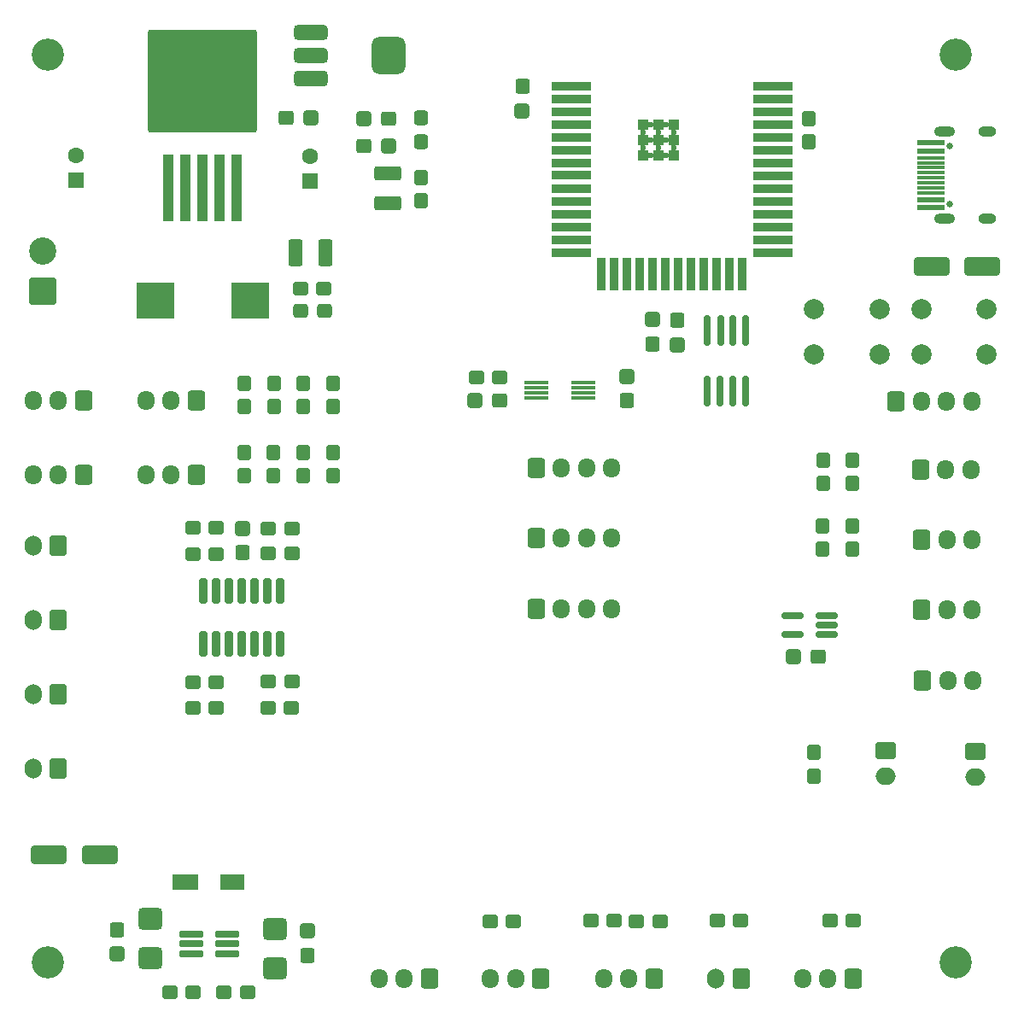
<source format=gbr>
%TF.GenerationSoftware,KiCad,Pcbnew,8.0.2*%
%TF.CreationDate,2025-03-10T15:18:04+08:00*%
%TF.ProjectId,sensorboard_v10,73656e73-6f72-4626-9f61-72645f763130,rev?*%
%TF.SameCoordinates,Original*%
%TF.FileFunction,Soldermask,Top*%
%TF.FilePolarity,Negative*%
%FSLAX46Y46*%
G04 Gerber Fmt 4.6, Leading zero omitted, Abs format (unit mm)*
G04 Created by KiCad (PCBNEW 8.0.2) date 2025-03-10 15:18:04*
%MOMM*%
%LPD*%
G01*
G04 APERTURE LIST*
G04 Aperture macros list*
%AMRoundRect*
0 Rectangle with rounded corners*
0 $1 Rounding radius*
0 $2 $3 $4 $5 $6 $7 $8 $9 X,Y pos of 4 corners*
0 Add a 4 corners polygon primitive as box body*
4,1,4,$2,$3,$4,$5,$6,$7,$8,$9,$2,$3,0*
0 Add four circle primitives for the rounded corners*
1,1,$1+$1,$2,$3*
1,1,$1+$1,$4,$5*
1,1,$1+$1,$6,$7*
1,1,$1+$1,$8,$9*
0 Add four rect primitives between the rounded corners*
20,1,$1+$1,$2,$3,$4,$5,0*
20,1,$1+$1,$4,$5,$6,$7,0*
20,1,$1+$1,$6,$7,$8,$9,0*
20,1,$1+$1,$8,$9,$2,$3,0*%
G04 Aperture macros list end*
%ADD10RoundRect,0.354167X0.820833X-0.708333X0.820833X0.708333X-0.820833X0.708333X-0.820833X-0.708333X0*%
%ADD11RoundRect,0.354167X-0.820833X0.708333X-0.820833X-0.708333X0.820833X-0.708333X0.820833X0.708333X0*%
%ADD12RoundRect,0.250000X0.600000X0.725000X-0.600000X0.725000X-0.600000X-0.725000X0.600000X-0.725000X0*%
%ADD13O,1.700000X1.950000*%
%ADD14RoundRect,0.278125X0.474375X0.389375X-0.474375X0.389375X-0.474375X-0.389375X0.474375X-0.389375X0*%
%ADD15RoundRect,0.278125X0.389375X-0.474375X0.389375X0.474375X-0.389375X0.474375X-0.389375X-0.474375X0*%
%ADD16R,2.350000X0.300000*%
%ADD17RoundRect,0.305575X-0.412525X0.460025X-0.412525X-0.460025X0.412525X-0.460025X0.412525X0.460025X0*%
%ADD18RoundRect,0.308511X-0.416489X0.457089X-0.416489X-0.457089X0.416489X-0.457089X0.416489X0.457089X0*%
%ADD19RoundRect,0.120600X-0.281400X1.111400X-0.281400X-1.111400X0.281400X-1.111400X0.281400X1.111400X0*%
%ADD20RoundRect,0.122100X-0.284900X1.109900X-0.284900X-1.109900X0.284900X-1.109900X0.284900X1.109900X0*%
%ADD21RoundRect,0.305575X0.460025X0.412525X-0.460025X0.412525X-0.460025X-0.412525X0.460025X-0.412525X0*%
%ADD22RoundRect,0.308511X0.457089X0.416489X-0.457089X0.416489X-0.457089X-0.416489X0.457089X-0.416489X0*%
%ADD23RoundRect,0.250000X0.600000X0.750000X-0.600000X0.750000X-0.600000X-0.750000X0.600000X-0.750000X0*%
%ADD24O,1.700000X2.000000*%
%ADD25R,1.600000X1.600000*%
%ADD26C,1.600000*%
%ADD27R,4.000000X0.900000*%
%ADD28R,4.000000X0.820000*%
%ADD29R,0.900000X3.250000*%
%ADD30R,4.000000X0.890000*%
%ADD31R,1.000000X1.000000*%
%ADD32C,0.600000*%
%ADD33RoundRect,0.250000X-0.600000X-0.725000X0.600000X-0.725000X0.600000X0.725000X-0.600000X0.725000X0*%
%ADD34RoundRect,0.150000X-0.150000X1.350000X-0.150000X-1.350000X0.150000X-1.350000X0.150000X1.350000X0*%
%ADD35RoundRect,0.150000X-0.150000X1.337500X-0.150000X-1.337500X0.150000X-1.337500X0.150000X1.337500X0*%
%ADD36RoundRect,0.304348X0.420652X0.395652X-0.420652X0.395652X-0.420652X-0.395652X0.420652X-0.395652X0*%
%ADD37C,2.000000*%
%ADD38RoundRect,0.278125X-0.389375X0.474375X-0.389375X-0.474375X0.389375X-0.474375X0.389375X0.474375X0*%
%ADD39RoundRect,0.278125X-0.474375X-0.389375X0.474375X-0.389375X0.474375X0.389375X-0.474375X0.389375X0*%
%ADD40C,3.200000*%
%ADD41RoundRect,0.305575X-0.460025X-0.412525X0.460025X-0.412525X0.460025X0.412525X-0.460025X0.412525X0*%
%ADD42RoundRect,0.308511X-0.457089X-0.416489X0.457089X-0.416489X0.457089X0.416489X-0.457089X0.416489X0*%
%ADD43RoundRect,0.305575X0.412525X-0.460025X0.412525X0.460025X-0.412525X0.460025X-0.412525X-0.460025X0*%
%ADD44RoundRect,0.308511X0.416489X-0.457089X0.416489X0.457089X-0.416489X0.457089X-0.416489X-0.457089X0*%
%ADD45RoundRect,0.250001X1.074999X-0.462499X1.074999X0.462499X-1.074999X0.462499X-1.074999X-0.462499X0*%
%ADD46R,2.400000X1.600000*%
%ADD47R,2.650000X1.600000*%
%ADD48RoundRect,0.250000X-0.750000X0.600000X-0.750000X-0.600000X0.750000X-0.600000X0.750000X0.600000X0*%
%ADD49O,2.000000X1.700000*%
%ADD50R,3.800000X3.600000*%
%ADD51RoundRect,0.250001X1.099999X-1.099999X1.099999X1.099999X-1.099999X1.099999X-1.099999X-1.099999X0*%
%ADD52C,2.700000*%
%ADD53RoundRect,0.162500X-1.052500X-0.162500X1.052500X-0.162500X1.052500X0.162500X-1.052500X0.162500X0*%
%ADD54RoundRect,0.250000X1.500000X0.650000X-1.500000X0.650000X-1.500000X-0.650000X1.500000X-0.650000X0*%
%ADD55RoundRect,0.250001X-0.462499X-1.074999X0.462499X-1.074999X0.462499X1.074999X-0.462499X1.074999X0*%
%ADD56C,0.650000*%
%ADD57R,2.695000X0.600000*%
%ADD58R,2.695000X0.300000*%
%ADD59O,2.100000X1.000000*%
%ADD60O,1.800000X1.000000*%
%ADD61RoundRect,0.162500X0.927500X0.162500X-0.927500X0.162500X-0.927500X-0.162500X0.927500X-0.162500X0*%
%ADD62RoundRect,0.304348X-0.395652X0.420652X-0.395652X-0.420652X0.395652X-0.420652X0.395652X0.420652X0*%
%ADD63RoundRect,0.250000X0.300000X-3.075000X0.300000X3.075000X-0.300000X3.075000X-0.300000X-3.075000X0*%
%ADD64RoundRect,0.271279X5.128721X-4.828721X5.128721X4.828721X-5.128721X4.828721X-5.128721X-4.828721X0*%
%ADD65RoundRect,0.375000X-1.300000X-0.375000X1.300000X-0.375000X1.300000X0.375000X-1.300000X0.375000X0*%
%ADD66RoundRect,0.837500X-0.837500X-1.062500X0.837500X-1.062500X0.837500X1.062500X-0.837500X1.062500X0*%
%ADD67RoundRect,0.387500X-1.287500X-0.387500X1.287500X-0.387500X1.287500X0.387500X-1.287500X0.387500X0*%
G04 APERTURE END LIST*
D10*
%TO.C,C33*%
X115100000Y-144637500D03*
X115100000Y-140762500D03*
%TD*%
D11*
%TO.C,C32*%
X127500000Y-141762500D03*
X127500000Y-145637500D03*
%TD*%
D12*
%TO.C,J14*%
X108500000Y-96725000D03*
D13*
X106000000Y-96725000D03*
X103500000Y-96725000D03*
%TD*%
D14*
%TO.C,R37*%
X173652500Y-140932500D03*
X171347500Y-140932500D03*
%TD*%
D15*
%TO.C,R14*%
X124435000Y-96805000D03*
X124435000Y-94500000D03*
%TD*%
D16*
%TO.C,U7*%
X158040600Y-89050000D03*
X158040600Y-88550000D03*
X158040600Y-88050000D03*
X158040600Y-87550000D03*
X153390600Y-87550000D03*
X153390600Y-88050000D03*
X153390600Y-88550000D03*
X153390600Y-89050000D03*
%TD*%
D14*
%TO.C,R31*%
X129152500Y-102032500D03*
X126847500Y-102032500D03*
%TD*%
D17*
%TO.C,C35*%
X111806900Y-141784400D03*
D18*
X111800000Y-144215600D03*
%TD*%
D19*
%TO.C,U6*%
X127988517Y-108180000D03*
X126718517Y-108180000D03*
X125448517Y-108180000D03*
X124178517Y-108180000D03*
X122908517Y-108180000D03*
X121638517Y-108180000D03*
X120368517Y-108180000D03*
X120368517Y-113420000D03*
D20*
X121633517Y-113420000D03*
D19*
X122908517Y-113420000D03*
X124178517Y-113420000D03*
X125448517Y-113420000D03*
X126718517Y-113420000D03*
X127988517Y-113420000D03*
%TD*%
D12*
%TO.C,J13*%
X108500000Y-89325000D03*
D13*
X106000000Y-89325000D03*
X103500000Y-89325000D03*
%TD*%
D21*
%TO.C,C27*%
X149731200Y-89306900D03*
D22*
X147300000Y-89300000D03*
%TD*%
D12*
%TO.C,J26*%
X153850000Y-146625000D03*
D13*
X151350000Y-146625000D03*
X148850000Y-146625000D03*
%TD*%
D23*
%TO.C,J4*%
X106000000Y-103700000D03*
D24*
X103500000Y-103700000D03*
%TD*%
D14*
%TO.C,R36*%
X149752500Y-87032500D03*
X147447500Y-87032500D03*
%TD*%
D15*
%TO.C,R9*%
X133217500Y-89902500D03*
X133217500Y-87597500D03*
%TD*%
D25*
%TO.C,C7*%
X107750000Y-67500000D03*
D26*
X107750000Y-65000000D03*
%TD*%
D15*
%TO.C,R39*%
X141967500Y-69552500D03*
X141967500Y-67247500D03*
%TD*%
D27*
%TO.C,U1*%
X156860000Y-58150000D03*
X156860000Y-59420000D03*
X156860000Y-60690000D03*
X156860000Y-61960000D03*
X156860000Y-63230000D03*
X156860000Y-64500000D03*
X156860000Y-65770000D03*
D28*
X156860000Y-67000000D03*
D27*
X156860000Y-68310000D03*
X156860000Y-69580000D03*
X156860000Y-70850000D03*
X156860000Y-72120000D03*
X156860000Y-73390000D03*
X156860000Y-74660000D03*
D29*
X159875000Y-76785000D03*
X161145000Y-76785000D03*
X162415000Y-76785000D03*
X163685000Y-76785000D03*
X164955000Y-76785000D03*
X166225000Y-76785000D03*
X167495000Y-76785000D03*
X168765000Y-76785000D03*
X170035000Y-76785000D03*
X171305000Y-76785000D03*
X172575000Y-76785000D03*
X173845000Y-76785000D03*
D27*
X176860000Y-74660000D03*
X176860000Y-73390000D03*
X176860000Y-72120000D03*
D30*
X176860000Y-70855000D03*
D27*
X176860000Y-69580000D03*
X176860000Y-68310000D03*
X176860000Y-67040000D03*
X176860000Y-65770000D03*
X176860000Y-64500000D03*
X176860000Y-63230000D03*
X176860000Y-61960000D03*
X176860000Y-60690000D03*
X176860000Y-59420000D03*
X176860000Y-58150000D03*
D31*
X164000000Y-62000000D03*
D32*
X164000000Y-62750000D03*
D31*
X164000000Y-63500000D03*
D32*
X164000000Y-64250000D03*
D31*
X164000000Y-65000000D03*
D32*
X164750000Y-62000000D03*
X164750000Y-63500000D03*
X164750000Y-65000000D03*
D31*
X165500000Y-62000000D03*
D32*
X165500000Y-62750000D03*
D31*
X165500000Y-63500000D03*
D32*
X165500000Y-64250000D03*
D31*
X165500000Y-65000000D03*
D32*
X166250000Y-62000000D03*
X166250000Y-63500000D03*
X166250000Y-65000000D03*
D31*
X167000000Y-62000000D03*
D32*
X167000000Y-62750000D03*
D31*
X167000000Y-63500000D03*
D32*
X167000000Y-64250000D03*
D31*
X167000000Y-65000000D03*
%TD*%
D15*
%TO.C,R7*%
X127384166Y-89902500D03*
X127384166Y-87597500D03*
%TD*%
D33*
%TO.C,J19*%
X191500000Y-96175000D03*
D13*
X194000000Y-96175000D03*
X196500000Y-96175000D03*
%TD*%
D33*
%TO.C,J6*%
X153390600Y-96000000D03*
D13*
X155890600Y-96000000D03*
X158390600Y-96000000D03*
X160890600Y-96000000D03*
%TD*%
D34*
%TO.C,U3*%
X174105000Y-82400000D03*
X172835000Y-82400000D03*
D35*
X171700000Y-82387500D03*
D34*
X170295000Y-82400000D03*
X170295000Y-88400000D03*
X171565000Y-88400000D03*
X172835000Y-88400000D03*
X174105000Y-88400000D03*
%TD*%
D36*
%TO.C,D3*%
X132375000Y-80400000D03*
X130025000Y-80400000D03*
%TD*%
D37*
%TO.C,SW2*%
X198050000Y-84750000D03*
X191550000Y-84750000D03*
X198050000Y-80250000D03*
X191550000Y-80250000D03*
%TD*%
D38*
%TO.C,R6*%
X180932500Y-124247500D03*
X180932500Y-126552500D03*
%TD*%
D39*
%TO.C,R35*%
X119368983Y-119767500D03*
X121673983Y-119767500D03*
%TD*%
D23*
%TO.C,J9*%
X106000000Y-125800000D03*
D24*
X103500000Y-125800000D03*
%TD*%
D39*
%TO.C,R30*%
X126847500Y-104451900D03*
X129152500Y-104451900D03*
%TD*%
D12*
%TO.C,J15*%
X119700000Y-96725000D03*
D13*
X117200000Y-96725000D03*
X114700000Y-96725000D03*
%TD*%
D40*
%TO.C,H4*%
X195000000Y-145000000D03*
%TD*%
D15*
%TO.C,R10*%
X130300832Y-89902500D03*
X130300832Y-87597500D03*
%TD*%
D40*
%TO.C,H3*%
X195000000Y-55000000D03*
%TD*%
D41*
%TO.C,C10*%
X136284400Y-64093100D03*
D42*
X138715600Y-64100000D03*
%TD*%
D43*
%TO.C,C26*%
X162383700Y-89365600D03*
D44*
X162390600Y-86934400D03*
%TD*%
D14*
%TO.C,R38*%
X132352500Y-78232500D03*
X130047500Y-78232500D03*
%TD*%
D15*
%TO.C,R11*%
X133217500Y-96805000D03*
X133217500Y-94500000D03*
%TD*%
%TO.C,R12*%
X130290000Y-96805000D03*
X130290000Y-94500000D03*
%TD*%
D39*
%TO.C,R44*%
X122447500Y-147967500D03*
X124752500Y-147967500D03*
%TD*%
D21*
%TO.C,C30*%
X181315600Y-114706900D03*
D22*
X178884400Y-114700000D03*
%TD*%
D33*
%TO.C,J18*%
X191600000Y-110100000D03*
D13*
X194100000Y-110100000D03*
X196600000Y-110100000D03*
%TD*%
D45*
%TO.C,F1*%
X138700000Y-69787500D03*
X138700000Y-66812500D03*
%TD*%
D46*
%TO.C,L2*%
X123300000Y-137100000D03*
D47*
X118575000Y-137100000D03*
%TD*%
D48*
%TO.C,J21*%
X196925000Y-124150000D03*
D49*
X196925000Y-126650000D03*
%TD*%
D50*
%TO.C,L1*%
X115600000Y-79425000D03*
X125000000Y-79425000D03*
%TD*%
D51*
%TO.C,J3*%
X104450000Y-78507500D03*
D52*
X104450000Y-74547500D03*
%TD*%
D15*
%TO.C,R22*%
X181815397Y-97552500D03*
X181815397Y-95247500D03*
%TD*%
D25*
%TO.C,C11*%
X131000000Y-67600000D03*
D26*
X131000000Y-65100000D03*
%TD*%
D53*
%TO.C,U9*%
X119215000Y-142250000D03*
X119215000Y-143200000D03*
X119215000Y-144150000D03*
X122785000Y-144150000D03*
X122785000Y-143200000D03*
X122785000Y-142250000D03*
%TD*%
D14*
%TO.C,R33*%
X129131017Y-119832500D03*
X126826017Y-119832500D03*
%TD*%
D12*
%TO.C,J1*%
X142800000Y-146625000D03*
D13*
X140300000Y-146625000D03*
X137800000Y-146625000D03*
%TD*%
D40*
%TO.C,H2*%
X105000000Y-145000000D03*
%TD*%
D54*
%TO.C,D1*%
X197600000Y-76000000D03*
X192600000Y-76000000D03*
%TD*%
D39*
%TO.C,R23*%
X117047500Y-147967500D03*
X119352500Y-147967500D03*
%TD*%
D55*
%TO.C,F2*%
X129512500Y-74700000D03*
X132487500Y-74700000D03*
%TD*%
D56*
%TO.C,J2*%
X194395000Y-69890000D03*
X194395000Y-64110000D03*
D57*
X192547500Y-70200000D03*
X192547500Y-69400000D03*
D58*
X192547500Y-68250000D03*
X192547500Y-67250000D03*
X192547500Y-66750000D03*
X192547500Y-65750000D03*
D57*
X192547500Y-64600000D03*
X192547500Y-63800000D03*
X192547500Y-63800000D03*
X192547500Y-64600000D03*
D58*
X192547500Y-65250000D03*
X192547500Y-66250000D03*
X192547500Y-67750000D03*
X192547500Y-68750000D03*
D57*
X192547500Y-69400000D03*
X192547500Y-70200000D03*
D59*
X193875000Y-71320000D03*
D60*
X198075000Y-71320000D03*
D59*
X193875000Y-62680000D03*
D60*
X198075000Y-62680000D03*
%TD*%
D38*
%TO.C,R43*%
X180432500Y-61347500D03*
X180432500Y-63652500D03*
%TD*%
D33*
%TO.C,J7*%
X153390600Y-103000000D03*
D13*
X155890600Y-103000000D03*
X158390600Y-103000000D03*
X160890600Y-103000000D03*
%TD*%
D15*
%TO.C,R8*%
X124467500Y-89902500D03*
X124467500Y-87597500D03*
%TD*%
D33*
%TO.C,J16*%
X191600000Y-103150000D03*
D13*
X194100000Y-103150000D03*
X196600000Y-103150000D03*
%TD*%
D33*
%TO.C,J25*%
X189050000Y-89375000D03*
D13*
X191550000Y-89375000D03*
X194050000Y-89375000D03*
X196550000Y-89375000D03*
%TD*%
D12*
%TO.C,J27*%
X184800000Y-146625000D03*
D13*
X182300000Y-146625000D03*
X179800000Y-146625000D03*
%TD*%
D61*
%TO.C,U8*%
X182160000Y-112550000D03*
X182160000Y-111600000D03*
X182160000Y-110650000D03*
X178840000Y-110650000D03*
X178840000Y-112550000D03*
%TD*%
D39*
%TO.C,R18*%
X158795000Y-140925000D03*
X161100000Y-140925000D03*
%TD*%
D40*
%TO.C,H1*%
X105000000Y-55000000D03*
%TD*%
D15*
%TO.C,R13*%
X127362500Y-96805000D03*
X127362500Y-94500000D03*
%TD*%
D48*
%TO.C,J11*%
X188025000Y-124050000D03*
D49*
X188025000Y-126550000D03*
%TD*%
D14*
%TO.C,R28*%
X121652500Y-104532500D03*
X119347500Y-104532500D03*
%TD*%
D54*
%TO.C,D5*%
X110100000Y-134400000D03*
X105100000Y-134400000D03*
%TD*%
D43*
%TO.C,C18*%
X164893100Y-83715600D03*
D44*
X164900000Y-81284400D03*
%TD*%
D62*
%TO.C,D4*%
X142000000Y-61325000D03*
X142000000Y-63675000D03*
%TD*%
D63*
%TO.C,U4*%
X116900000Y-68250000D03*
X118600000Y-68250000D03*
X120300000Y-68250000D03*
D64*
X120300000Y-57675000D03*
D63*
X122000000Y-68250000D03*
X123700000Y-68250000D03*
%TD*%
D23*
%TO.C,J5*%
X106000000Y-111066666D03*
D24*
X103500000Y-111066666D03*
%TD*%
D21*
%TO.C,C9*%
X138715600Y-61406900D03*
D22*
X136284400Y-61400000D03*
%TD*%
D12*
%TO.C,J12*%
X119700000Y-89325000D03*
D13*
X117200000Y-89325000D03*
X114700000Y-89325000D03*
%TD*%
D39*
%TO.C,R29*%
X119347500Y-101967500D03*
X121652500Y-101967500D03*
%TD*%
D23*
%TO.C,J20*%
X173700000Y-146625000D03*
D24*
X171200000Y-146625000D03*
%TD*%
D17*
%TO.C,C2*%
X152006900Y-58184400D03*
D18*
X152000000Y-60615600D03*
%TD*%
D43*
%TO.C,C21*%
X124243100Y-104431200D03*
D44*
X124250000Y-102000000D03*
%TD*%
D39*
%TO.C,R1*%
X182547500Y-140867500D03*
X184852500Y-140867500D03*
%TD*%
D37*
%TO.C,SW1*%
X187450000Y-84750000D03*
X180950000Y-84750000D03*
X187450000Y-80250000D03*
X180950000Y-80250000D03*
%TD*%
D14*
%TO.C,R34*%
X121652500Y-117250000D03*
X119347500Y-117250000D03*
%TD*%
D15*
%TO.C,R15*%
X184735000Y-104100000D03*
X184735000Y-101795000D03*
%TD*%
%TO.C,R16*%
X181782897Y-104100000D03*
X181782897Y-101795000D03*
%TD*%
%TO.C,R21*%
X184767500Y-97552500D03*
X184767500Y-95247500D03*
%TD*%
D39*
%TO.C,R40*%
X148847500Y-140967500D03*
X151152500Y-140967500D03*
%TD*%
%TO.C,R32*%
X126847500Y-117217500D03*
X129152500Y-117217500D03*
%TD*%
D33*
%TO.C,J23*%
X191700000Y-117075000D03*
D13*
X194200000Y-117075000D03*
X196700000Y-117075000D03*
%TD*%
D41*
%TO.C,C8*%
X128584400Y-61293100D03*
D42*
X131015600Y-61300000D03*
%TD*%
D23*
%TO.C,J8*%
X106000000Y-118433332D03*
D24*
X103500000Y-118433332D03*
%TD*%
D43*
%TO.C,C34*%
X130693100Y-144331200D03*
D44*
X130700000Y-141900000D03*
%TD*%
D65*
%TO.C,U5*%
X131075000Y-52800000D03*
X131075000Y-55100000D03*
D66*
X138725000Y-55100000D03*
D67*
X131075000Y-57375000D03*
%TD*%
D33*
%TO.C,J10*%
X153390600Y-110000000D03*
D13*
X155890600Y-110000000D03*
X158390600Y-110000000D03*
X160890600Y-110000000D03*
%TD*%
D17*
%TO.C,C28*%
X167406900Y-81384400D03*
D18*
X167400000Y-83815600D03*
%TD*%
D14*
%TO.C,R17*%
X165655000Y-140990000D03*
X163350000Y-140990000D03*
%TD*%
D12*
%TO.C,J17*%
X165050000Y-146625000D03*
D13*
X162550000Y-146625000D03*
X160050000Y-146625000D03*
%TD*%
M02*

</source>
